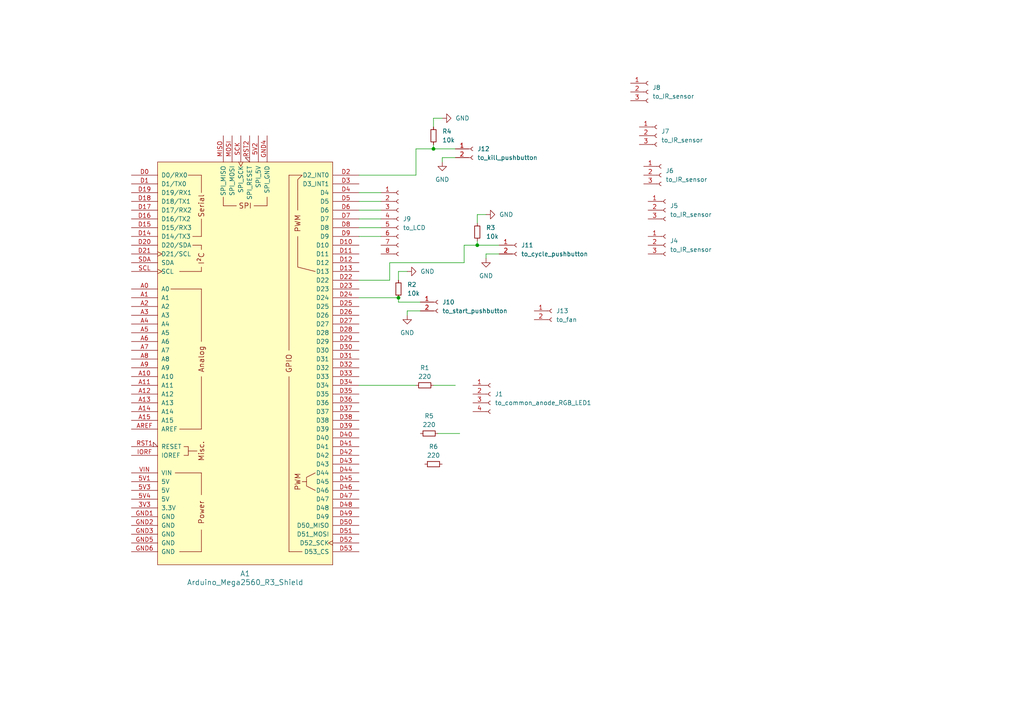
<source format=kicad_sch>
(kicad_sch (version 20230121) (generator eeschema)
  (paper "A4")
  (lib_symbols
    (symbol "Connector:Conn_01x02_Socket" (pin_names (offset 1.016) hide)
      (property "Reference" "J" (at 0 2.54 0))
      (property "Value" "Conn_01x02_Socket" (at 0 -5.08 0))
      (symbol "Conn_01x02_Socket_1_1"
        (arc (start 0 -2.032) (mid -0.5058 -2.54) (end 0 -3.048) (stroke (width 0.1524)))
        (polyline (pts (xy -1.27 -2.54) (xy -0.508 -2.54)) (stroke (width 0.1524)))
        (polyline (pts (xy -1.27 0) (xy -0.508 0)) (stroke (width 0.1524)))
        (arc (start 0 0.508) (mid -0.5058 0) (end 0 -0.508) (stroke (width 0.1524)))
        (pin passive line (at -5.08 0 0) (length 3.81) (name "Pin_1") (number "1"))
        (pin passive line (at -5.08 -2.54 0) (length 3.81) (name "Pin_2") (number "2"))
      )
    )
    (symbol "Connector:Conn_01x03_Socket" (pin_names (offset 1.016) hide)
      (property "Reference" "J" (at 0 5.08 0))
      (property "Value" "Conn_01x03_Socket" (at 0 -5.08 0))
      (symbol "Conn_01x03_Socket_1_1"
        (arc (start 0 -2.032) (mid -0.5058 -2.54) (end 0 -3.048) (stroke (width 0.1524)))
        (polyline (pts (xy -1.27 -2.54) (xy -0.508 -2.54)) (stroke (width 0.1524)))
        (polyline (pts (xy -1.27 0) (xy -0.508 0)) (stroke (width 0.1524)))
        (polyline (pts (xy -1.27 2.54) (xy -0.508 2.54)) (stroke (width 0.1524)))
        (arc (start 0 0.508) (mid -0.5058 0) (end 0 -0.508) (stroke (width 0.1524)))
        (arc (start 0 3.048) (mid -0.5058 2.54) (end 0 2.032) (stroke (width 0.1524)))
        (pin passive line (at -5.08 2.54 0) (length 3.81) (name "Pin_1") (number "1"))
        (pin passive line (at -5.08 0 0) (length 3.81) (name "Pin_2") (number "2"))
        (pin passive line (at -5.08 -2.54 0) (length 3.81) (name "Pin_3") (number "3"))
      )
    )
    (symbol "Connector:Conn_01x04_Socket" (pin_names (offset 1.016) hide)
      (property "Reference" "J" (at 0 5.08 0))
      (property "Value" "Conn_01x04_Socket" (at 0 -7.62 0))
      (symbol "Conn_01x04_Socket_1_1"
        (arc (start 0 -4.572) (mid -0.5058 -5.08) (end 0 -5.588) (stroke (width 0.1524)))
        (arc (start 0 -2.032) (mid -0.5058 -2.54) (end 0 -3.048) (stroke (width 0.1524)))
        (polyline (pts (xy -1.27 -5.08) (xy -0.508 -5.08)) (stroke (width 0.1524)))
        (polyline (pts (xy -1.27 -2.54) (xy -0.508 -2.54)) (stroke (width 0.1524)))
        (polyline (pts (xy -1.27 0) (xy -0.508 0)) (stroke (width 0.1524)))
        (polyline (pts (xy -1.27 2.54) (xy -0.508 2.54)) (stroke (width 0.1524)))
        (arc (start 0 0.508) (mid -0.5058 0) (end 0 -0.508) (stroke (width 0.1524)))
        (arc (start 0 3.048) (mid -0.5058 2.54) (end 0 2.032) (stroke (width 0.1524)))
        (pin passive line (at -5.08 2.54 0) (length 3.81) (name "Pin_1") (number "1"))
        (pin passive line (at -5.08 0 0) (length 3.81) (name "Pin_2") (number "2"))
        (pin passive line (at -5.08 -2.54 0) (length 3.81) (name "Pin_3") (number "3"))
        (pin passive line (at -5.08 -5.08 0) (length 3.81) (name "Pin_4") (number "4"))
      )
    )
    (symbol "Connector:Conn_01x08_Socket" (pin_names (offset 1.016) hide)
      (property "Reference" "J" (at 0 10.16 0))
      (property "Value" "Conn_01x08_Socket" (at 0 -12.7 0))
      (symbol "Conn_01x08_Socket_1_1"
        (arc (start 0 -9.652) (mid -0.5058 -10.16) (end 0 -10.668) (stroke (width 0.1524)))
        (arc (start 0 -7.112) (mid -0.5058 -7.62) (end 0 -8.128) (stroke (width 0.1524)))
        (arc (start 0 -4.572) (mid -0.5058 -5.08) (end 0 -5.588) (stroke (width 0.1524)))
        (arc (start 0 -2.032) (mid -0.5058 -2.54) (end 0 -3.048) (stroke (width 0.1524)))
        (polyline (pts (xy -1.27 -10.16) (xy -0.508 -10.16)) (stroke (width 0.1524)))
        (polyline (pts (xy -1.27 -7.62) (xy -0.508 -7.62)) (stroke (width 0.1524)))
        (polyline (pts (xy -1.27 -5.08) (xy -0.508 -5.08)) (stroke (width 0.1524)))
        (polyline (pts (xy -1.27 -2.54) (xy -0.508 -2.54)) (stroke (width 0.1524)))
        (polyline (pts (xy -1.27 0) (xy -0.508 0)) (stroke (width 0.1524)))
        (polyline (pts (xy -1.27 2.54) (xy -0.508 2.54)) (stroke (width 0.1524)))
        (polyline (pts (xy -1.27 5.08) (xy -0.508 5.08)) (stroke (width 0.1524)))
        (polyline (pts (xy -1.27 7.62) (xy -0.508 7.62)) (stroke (width 0.1524)))
        (arc (start 0 0.508) (mid -0.5058 0) (end 0 -0.508) (stroke (width 0.1524)))
        (arc (start 0 3.048) (mid -0.5058 2.54) (end 0 2.032) (stroke (width 0.1524)))
        (arc (start 0 5.588) (mid -0.5058 5.08) (end 0 4.572) (stroke (width 0.1524)))
        (arc (start 0 8.128) (mid -0.5058 7.62) (end 0 7.112) (stroke (width 0.1524)))
        (pin passive line (at -5.08 7.62 0) (length 3.81) (name "Pin_1") (number "1"))
        (pin passive line (at -5.08 5.08 0) (length 3.81) (name "Pin_2") (number "2"))
        (pin passive line (at -5.08 2.54 0) (length 3.81) (name "Pin_3") (number "3"))
        (pin passive line (at -5.08 0 0) (length 3.81) (name "Pin_4") (number "4"))
        (pin passive line (at -5.08 -2.54 0) (length 3.81) (name "Pin_5") (number "5"))
        (pin passive line (at -5.08 -5.08 0) (length 3.81) (name "Pin_6") (number "6"))
        (pin passive line (at -5.08 -7.62 0) (length 3.81) (name "Pin_7") (number "7"))
        (pin passive line (at -5.08 -10.16 0) (length 3.81) (name "Pin_8") (number "8"))
      )
    )
    (symbol "Device:R_Small" (pin_numbers hide) (pin_names (offset 0.254) hide)
      (property "Reference" "R" (at 0.762 0.508 0))
      (property "Value" "R_Small" (at 0.762 -1.016 0))
      (symbol "R_Small_0_1"
        (rectangle (start -0.762 1.778) (end 0.762 -1.778) (stroke (width 0.2032)))
      )
      (symbol "R_Small_1_1"
        (pin passive line (at 0 2.54 270) (length 0.762) (name "~") (number "1"))
        (pin passive line (at 0 -2.54 90) (length 0.762) (name "~") (number "2"))
      )
    )
    (symbol "PCM_arduino-library:Arduino_Mega2560_R3_Shield" (pin_names (offset 1.016))
      (property "Reference" "A" (at 0 -62.23 0))
      (property "Value" "Arduino_Mega2560_R3_Shield" (at 0 -66.04 0))
      (symbol "Arduino_Mega2560_R3_Shield_0_0"
        (rectangle (start -25.4 -58.42) (end 25.4 58.42) (fill (type background)))
        (rectangle (start -20.32 -31.75) (end -12.7 -31.75))
        (rectangle (start -19.05 -54.61) (end -12.7 -54.61))
        (rectangle (start -19.05 -19.05) (end -12.7 -19.05))
        (rectangle (start -19.05 26.67) (end -12.7 26.67))
        (rectangle (start -17.78 -26.67) (end -16.51 -26.67))
        (rectangle (start -17.78 -24.13) (end -16.51 -24.13))
        (rectangle (start -16.51 -25.4) (end -13.97 -25.4))
        (rectangle (start -16.51 -24.13) (end -16.51 -26.67))
        (rectangle (start -16.51 54.61) (end -12.7 54.61))
        (rectangle (start -15.24 34.29) (end -12.7 34.29))
        (rectangle (start -15.24 36.83) (end -12.7 36.83))
        (rectangle (start -12.7 -54.61) (end -12.7 -48.26))
        (rectangle (start -12.7 -31.75) (end -12.7 -38.1))
        (rectangle (start -12.7 26.67) (end -12.7 27.94))
        (rectangle (start -12.7 34.29) (end -12.7 33.02))
        (rectangle (start -12.7 41.91) (end -12.7 36.83))
        (rectangle (start -12.7 49.53) (end -12.7 54.61))
        (rectangle (start -6.35 48.26) (end -6.35 45.72))
        (rectangle (start -2.54 45.72) (end -6.35 45.72))
        (polyline (pts (xy -21.59 21.59) (xy -12.7 21.59)))
        (polyline (pts (xy -12.7 -19.05) (xy -12.7 -3.81)))
        (polyline (pts (xy -12.7 6.35) (xy -12.7 21.59)))
        (polyline (pts (xy 12.7 -54.61) (xy 16.51 -54.61)))
        (polyline (pts (xy 12.7 54.61) (xy 16.51 54.61)))
        (polyline (pts (xy 17.78 -34.29) (xy 16.51 -34.29)))
        (polyline (pts (xy 15.24 36.83) (xy 15.24 27.94) (xy 20.32 26.67)))
        (polyline (pts (xy 15.24 44.45) (xy 15.24 53.34) (xy 16.51 54.61)))
        (polyline (pts (xy 20.32 -31.75) (xy 17.78 -33.02) (xy 17.78 -35.56) (xy 20.32 -36.83)))
        (rectangle (start 6.35 45.72) (end 2.54 45.72))
        (rectangle (start 6.35 48.26) (end 6.35 45.72))
        (text "Analog" (at -12.7 1.27 900) (effects (font (size 1.524 1.524))))
        (text "I²C" (at -12.7 30.48 900) (effects (font (size 1.524 1.524))))
        (text "Misc." (at -12.7 -25.4 900) (effects (font (size 1.524 1.524))))
        (text "Power" (at -12.7 -43.18 900) (effects (font (size 1.524 1.524))))
        (text "PWM" (at 15.24 -34.29 900) (effects (font (size 1.524 1.524))))
        (text "PWM" (at 15.24 40.64 900) (effects (font (size 1.524 1.524))))
        (text "Serial" (at -12.7 45.72 900) (effects (font (size 1.524 1.524))))
        (text "SPI" (at 0 45.72 0) (effects (font (size 1.524 1.524))))
      )
      (symbol "Arduino_Mega2560_R3_Shield_1_0"
        (rectangle (start 12.7 -54.61) (end 12.7 -3.81))
        (rectangle (start 12.7 54.61) (end 12.7 3.81))
        (text "GPIO" (at 12.7 0 900) (effects (font (size 1.524 1.524))))
      )
      (symbol "Arduino_Mega2560_R3_Shield_1_1"
        (pin power_out line (at -33.02 -41.91 0) (length 7.62) (name "3.3V") (number "3V3"))
        (pin power_in line (at -33.02 -34.29 0) (length 7.62) (name "5V") (number "5V1"))
        (pin power_in line (at 3.81 66.04 270) (length 7.62) (name "SPI_5V") (number "5V2"))
        (pin power_in line (at -33.02 -36.83 0) (length 7.62) (name "5V") (number "5V3"))
        (pin power_in line (at -33.02 -39.37 0) (length 7.62) (name "5V") (number "5V4"))
        (pin bidirectional line (at -33.02 21.59 0) (length 7.62) (name "A0") (number "A0"))
        (pin bidirectional line (at -33.02 19.05 0) (length 7.62) (name "A1") (number "A1"))
        (pin bidirectional line (at -33.02 -3.81 0) (length 7.62) (name "A10") (number "A10"))
        (pin bidirectional line (at -33.02 -6.35 0) (length 7.62) (name "A11") (number "A11"))
        (pin bidirectional line (at -33.02 -8.89 0) (length 7.62) (name "A12") (number "A12"))
        (pin bidirectional line (at -33.02 -11.43 0) (length 7.62) (name "A13") (number "A13"))
        (pin bidirectional line (at -33.02 -13.97 0) (length 7.62) (name "A14") (number "A14"))
        (pin bidirectional line (at -33.02 -16.51 0) (length 7.62) (name "A15") (number "A15"))
        (pin bidirectional line (at -33.02 16.51 0) (length 7.62) (name "A2") (number "A2"))
        (pin bidirectional line (at -33.02 13.97 0) (length 7.62) (name "A3") (number "A3"))
        (pin bidirectional line (at -33.02 11.43 0) (length 7.62) (name "A4") (number "A4"))
        (pin bidirectional line (at -33.02 8.89 0) (length 7.62) (name "A5") (number "A5"))
        (pin bidirectional line (at -33.02 6.35 0) (length 7.62) (name "A6") (number "A6"))
        (pin bidirectional line (at -33.02 3.81 0) (length 7.62) (name "A7") (number "A7"))
        (pin bidirectional line (at -33.02 1.27 0) (length 7.62) (name "A8") (number "A8"))
        (pin bidirectional line (at -33.02 -1.27 0) (length 7.62) (name "A9") (number "A9"))
        (pin input line (at -33.02 -19.05 0) (length 7.62) (name "AREF") (number "AREF"))
        (pin bidirectional line (at -33.02 54.61 0) (length 7.62) (name "D0/RX0") (number "D0"))
        (pin bidirectional line (at -33.02 52.07 0) (length 7.62) (name "D1/TX0") (number "D1"))
        (pin bidirectional line (at 33.02 34.29 180) (length 7.62) (name "D10") (number "D10"))
        (pin bidirectional line (at 33.02 31.75 180) (length 7.62) (name "D11") (number "D11"))
        (pin bidirectional line (at 33.02 29.21 180) (length 7.62) (name "D12") (number "D12"))
        (pin bidirectional line (at 33.02 26.67 180) (length 7.62) (name "D13") (number "D13"))
        (pin bidirectional line (at -33.02 36.83 0) (length 7.62) (name "D14/TX3") (number "D14"))
        (pin bidirectional line (at -33.02 39.37 0) (length 7.62) (name "D15/RX3") (number "D15"))
        (pin bidirectional line (at -33.02 41.91 0) (length 7.62) (name "D16/TX2") (number "D16"))
        (pin bidirectional line (at -33.02 44.45 0) (length 7.62) (name "D17/RX2") (number "D17"))
        (pin bidirectional line (at -33.02 46.99 0) (length 7.62) (name "D18/TX1") (number "D18"))
        (pin bidirectional line (at -33.02 49.53 0) (length 7.62) (name "D19/RX1") (number "D19"))
        (pin bidirectional line (at 33.02 54.61 180) (length 7.62) (name "D2_INT0") (number "D2"))
        (pin bidirectional line (at -33.02 34.29 0) (length 7.62) (name "D20/SDA") (number "D20"))
        (pin bidirectional clock (at -33.02 31.75 0) (length 7.62) (name "D21/SCL") (number "D21"))
        (pin bidirectional line (at 33.02 24.13 180) (length 7.62) (name "D22") (number "D22"))
        (pin bidirectional line (at 33.02 21.59 180) (length 7.62) (name "D23") (number "D23"))
        (pin bidirectional line (at 33.02 19.05 180) (length 7.62) (name "D24") (number "D24"))
        (pin bidirectional line (at 33.02 16.51 180) (length 7.62) (name "D25") (number "D25"))
        (pin bidirectional line (at 33.02 13.97 180) (length 7.62) (name "D26") (number "D26"))
        (pin bidirectional line (at 33.02 11.43 180) (length 7.62) (name "D27") (number "D27"))
        (pin bidirectional line (at 33.02 8.89 180) (length 7.62) (name "D28") (number "D28"))
        (pin bidirectional line (at 33.02 6.35 180) (length 7.62) (name "D29") (number "D29"))
        (pin bidirectional line (at 33.02 52.07 180) (length 7.62) (name "D3_INT1") (number "D3"))
        (pin bidirectional line (at 33.02 3.81 180) (length 7.62) (name "D30") (number "D30"))
        (pin bidirectional line (at 33.02 1.27 180) (length 7.62) (name "D31") (number "D31"))
        (pin bidirectional line (at 33.02 -1.27 180) (length 7.62) (name "D32") (number "D32"))
        (pin bidirectional line (at 33.02 -3.81 180) (length 7.62) (name "D33") (number "D33"))
        (pin bidirectional line (at 33.02 -6.35 180) (length 7.62) (name "D34") (number "D34"))
        (pin bidirectional line (at 33.02 -8.89 180) (length 7.62) (name "D35") (number "D35"))
        (pin bidirectional line (at 33.02 -11.43 180) (length 7.62) (name "D36") (number "D36"))
        (pin bidirectional line (at 33.02 -13.97 180) (length 7.62) (name "D37") (number "D37"))
        (pin bidirectional line (at 33.02 -16.51 180) (length 7.62) (name "D38") (number "D38"))
        (pin bidirectional line (at 33.02 -19.05 180) (length 7.62) (name "D39") (number "D39"))
        (pin bidirectional line (at 33.02 49.53 180) (length 7.62) (name "D4") (number "D4"))
        (pin bidirectional line (at 33.02 -21.59 180) (length 7.62) (name "D40") (number "D40"))
        (pin bidirectional line (at 33.02 -24.13 180) (length 7.62) (name "D41") (number "D41"))
        (pin bidirectional line (at 33.02 -26.67 180) (length 7.62) (name "D42") (number "D42"))
        (pin bidirectional line (at 33.02 -29.21 180) (length 7.62) (name "D43") (number "D43"))
        (pin bidirectional line (at 33.02 -31.75 180) (length 7.62) (name "D44") (number "D44"))
        (pin bidirectional line (at 33.02 -34.29 180) (length 7.62) (name "D45") (number "D45"))
        (pin bidirectional line (at 33.02 -36.83 180) (length 7.62) (name "D46") (number "D46"))
        (pin bidirectional line (at 33.02 -39.37 180) (length 7.62) (name "D47") (number "D47"))
        (pin bidirectional line (at 33.02 -41.91 180) (length 7.62) (name "D48") (number "D48"))
        (pin bidirectional line (at 33.02 -44.45 180) (length 7.62) (name "D49") (number "D49"))
        (pin bidirectional line (at 33.02 46.99 180) (length 7.62) (name "D5") (number "D5"))
        (pin bidirectional line (at 33.02 -46.99 180) (length 7.62) (name "D50_MISO") (number "D50"))
        (pin bidirectional line (at 33.02 -49.53 180) (length 7.62) (name "D51_MOSI") (number "D51"))
        (pin bidirectional clock (at 33.02 -52.07 180) (length 7.62) (name "D52_SCK") (number "D52"))
        (pin bidirectional line (at 33.02 -54.61 180) (length 7.62) (name "D53_CS") (number "D53"))
        (pin bidirectional line (at 33.02 44.45 180) (length 7.62) (name "D6") (number "D6"))
        (pin bidirectional line (at 33.02 41.91 180) (length 7.62) (name "D7") (number "D7"))
        (pin bidirectional line (at 33.02 39.37 180) (length 7.62) (name "D8") (number "D8"))
        (pin bidirectional line (at 33.02 36.83 180) (length 7.62) (name "D9") (number "D9"))
        (pin power_in line (at -33.02 -44.45 0) (length 7.62) (name "GND") (number "GND1"))
        (pin power_in line (at -33.02 -46.99 0) (length 7.62) (name "GND") (number "GND2"))
        (pin power_in line (at -33.02 -49.53 0) (length 7.62) (name "GND") (number "GND3"))
        (pin power_in line (at 6.35 66.04 270) (length 7.62) (name "SPI_GND") (number "GND4"))
        (pin power_in line (at -33.02 -52.07 0) (length 7.62) (name "GND") (number "GND5"))
        (pin power_in line (at -33.02 -54.61 0) (length 7.62) (name "GND") (number "GND6"))
        (pin output line (at -33.02 -26.67 0) (length 7.62) (name "IOREF") (number "IORF"))
        (pin input line (at -6.35 66.04 270) (length 7.62) (name "SPI_MISO") (number "MISO"))
        (pin output line (at -3.81 66.04 270) (length 7.62) (name "SPI_MOSI") (number "MOSI"))
        (pin open_collector input_low (at -33.02 -24.13 0) (length 7.62) (name "RESET") (number "RST1"))
        (pin open_collector input_low (at 1.27 66.04 270) (length 7.62) (name "SPI_RESET") (number "RST2"))
        (pin output clock (at -1.27 66.04 270) (length 7.62) (name "SPI_SCK") (number "SCK"))
        (pin bidirectional clock (at -33.02 26.67 0) (length 7.62) (name "SCL") (number "SCL"))
        (pin bidirectional line (at -33.02 29.21 0) (length 7.62) (name "SDA") (number "SDA"))
        (pin power_in line (at -33.02 -31.75 0) (length 7.62) (name "VIN") (number "VIN"))
      )
    )
    (symbol "power:GND" (power) (pin_names (offset 0))
      (property "Value" "GND" (at 0 -3.81 0))
      (symbol "GND_0_1"
        (polyline (pts (xy 0 0) (xy 0 -1.27) (xy 1.27 -1.27) (xy 0 -2.54) (xy -1.27 -1.27) (xy 0 -1.27)))
      )
      (symbol "GND_1_1"
        (pin power_in line (at 0 0 270) (length 0) hide (name "GND") (number "1"))
      )
    )
  )
  (junction (at 138.43 71.12))
  (junction (at 115.57 86.36))
  (junction (at 125.73 43.18))
  (wire (pts (xy 115.57 87.63) (xy 115.57 86.36)))
  (wire (pts (xy 125.73 111.76) (xy 132.08 111.76)))
  (wire (pts (xy 104.14 58.42) (xy 110.49 58.42)))
  (wire (pts (xy 138.43 62.23) (xy 138.43 64.77)))
  (wire (pts (xy 134.62 76.2) (xy 134.62 71.12)))
  (wire (pts (xy 144.78 71.12) (xy 138.43 71.12)))
  (wire (pts (xy 118.11 90.17) (xy 118.11 91.44)))
  (wire (pts (xy 104.14 60.96) (xy 110.49 60.96)))
  (wire (pts (xy 104.14 68.58) (xy 110.49 68.58)))
  (wire (pts (xy 128.27 34.29) (xy 125.73 34.29)))
  (wire (pts (xy 104.14 111.76) (xy 120.65 111.76)))
  (wire (pts (xy 134.62 71.12) (xy 138.43 71.12)))
  (wire (pts (xy 140.97 73.66) (xy 140.97 74.93)))
  (wire (pts (xy 144.78 73.66) (xy 140.97 73.66)))
  (wire (pts (xy 125.73 34.29) (xy 125.73 36.83)))
  (wire (pts (xy 132.08 43.18) (xy 125.73 43.18)))
  (wire (pts (xy 120.65 43.18) (xy 125.73 43.18)))
  (wire (pts (xy 125.73 43.18) (xy 125.73 41.91)))
  (wire (pts (xy 115.57 78.74) (xy 115.57 81.28)))
  (wire (pts (xy 113.03 76.2) (xy 134.62 76.2)))
  (wire (pts (xy 104.14 63.5) (xy 110.49 63.5)))
  (wire (pts (xy 104.14 86.36) (xy 115.57 86.36)))
  (wire (pts (xy 120.65 50.8) (xy 120.65 43.18)))
  (wire (pts (xy 104.14 55.88) (xy 110.49 55.88)))
  (wire (pts (xy 104.14 66.04) (xy 110.49 66.04)))
  (wire (pts (xy 104.14 81.28) (xy 113.03 81.28)))
  (wire (pts (xy 140.97 62.23) (xy 138.43 62.23)))
  (wire (pts (xy 132.08 45.72) (xy 128.27 45.72)))
  (wire (pts (xy 118.11 78.74) (xy 115.57 78.74)))
  (wire (pts (xy 113.03 81.28) (xy 113.03 76.2)))
  (wire (pts (xy 121.92 87.63) (xy 115.57 87.63)))
  (wire (pts (xy 104.14 50.8) (xy 120.65 50.8)))
  (wire (pts (xy 138.43 71.12) (xy 138.43 69.85)))
  (wire (pts (xy 128.27 45.72) (xy 128.27 46.99)))
  (wire (pts (xy 121.92 90.17) (xy 118.11 90.17)))
  (wire (pts (xy 127 125.73) (xy 133.35 125.73)))
  (symbol (lib_id "Connector:Conn_01x03_Socket") (at 193.04 60.96 0) (unit 1)
    (property "Reference" "J5" (at 194.31 59.69 0) (effects (justify left)))
    (property "Value" "to_IR_sensor" (at 194.31 62.23 0) (effects (justify left)))
  )
  (symbol (lib_id "Device:R_Small") (at 124.46 125.73 90) (unit 1)
    (property "Reference" "R5" (at 124.46 120.65 90))
    (property "Value" "220" (at 124.46 123.19 90))
  )
  (symbol (lib_id "Connector:Conn_01x02_Socket") (at 137.16 43.18 0) (unit 1)
    (property "Reference" "J12" (at 138.43 43.18 0) (effects (justify left)))
    (property "Value" "to_kill_pushbutton" (at 138.43 45.72 0) (effects (justify left)))
  )
  (symbol (lib_id "Device:R_Small") (at 138.43 67.31 180) (unit 1)
    (property "Reference" "R3" (at 140.97 66.04 0) (effects (justify right)))
    (property "Value" "10k" (at 140.97 68.58 0) (effects (justify right)))
  )
  (symbol (lib_id "power:GND") (at 118.11 78.74 90) (unit 1)
    (property "Reference" "#PWR03" (effects hide))
    (property "Value" "GND" (at 121.92 78.74 90) (effects (justify right)))
  )
  (symbol (lib_id "Connector:Conn_01x08_Socket") (at 115.57 63.5 0) (unit 1)
    (property "Reference" "J9" (at 116.84 63.5 0) (effects (justify left)))
    (property "Value" "to_LCD" (at 116.84 66.04 0) (effects (justify left)))
  )
  (symbol (lib_id "power:GND") (at 140.97 62.23 90) (unit 1)
    (property "Reference" "#PWR04" (effects hide))
    (property "Value" "GND" (at 144.78 62.23 90) (effects (justify right)))
  )
  (symbol (lib_id "power:GND") (at 128.27 46.99 0) (unit 1)
    (property "Reference" "#PWR07" (effects hide))
    (property "Value" "GND" (at 128.27 52.07 0))
  )
  (symbol (lib_id "Connector:Conn_01x02_Socket") (at 127 87.63 0) (unit 1)
    (property "Reference" "J10" (at 128.27 87.63 0) (effects (justify left)))
    (property "Value" "to_start_pushbutton" (at 128.27 90.17 0) (effects (justify left)))
  )
  (symbol (lib_id "Connector:Conn_01x03_Socket") (at 191.77 50.8 0) (unit 1)
    (property "Reference" "J6" (at 193.04 49.53 0) (effects (justify left)))
    (property "Value" "to_IR_sensor" (at 193.04 52.07 0) (effects (justify left)))
  )
  (symbol (lib_id "Device:R_Small") (at 123.19 111.76 90) (unit 1)
    (property "Reference" "R1" (at 123.19 106.68 90))
    (property "Value" "220" (at 123.19 109.22 90))
  )
  (symbol (lib_id "Connector:Conn_01x03_Socket") (at 193.04 71.12 0) (unit 1)
    (property "Reference" "J4" (at 194.31 69.85 0) (effects (justify left)))
    (property "Value" "to_IR_sensor" (at 194.31 72.39 0) (effects (justify left)))
  )
  (symbol (lib_id "Device:R_Small") (at 115.57 83.82 180) (unit 1)
    (property "Reference" "R2" (at 118.11 82.55 0) (effects (justify right)))
    (property "Value" "10k" (at 118.11 85.09 0) (effects (justify right)))
  )
  (symbol (lib_id "Device:R_Small") (at 125.73 134.62 90) (unit 1)
    (property "Reference" "R6" (at 125.73 129.54 90))
    (property "Value" "220" (at 125.73 132.08 90))
  )
  (symbol (lib_id "power:GND") (at 128.27 34.29 90) (unit 1)
    (property "Reference" "#PWR06" (effects hide))
    (property "Value" "GND" (at 132.08 34.29 90) (effects (justify right)))
  )
  (symbol (lib_id "Device:R_Small") (at 125.73 39.37 180) (unit 1)
    (property "Reference" "R4" (at 128.27 38.1 0) (effects (justify right)))
    (property "Value" "10k" (at 128.27 40.64 0) (effects (justify right)))
  )
  (symbol (lib_id "Connector:Conn_01x02_Socket") (at 149.86 71.12 0) (unit 1)
    (property "Reference" "J11" (at 151.13 71.12 0) (effects (justify left)))
    (property "Value" "to_cycle_pushbutton" (at 151.13 73.66 0) (effects (justify left)))
  )
  (symbol (lib_id "PCM_arduino-library:Arduino_Mega2560_R3_Shield") (at 71.12 105.41 0) (unit 1)
    (property "Reference" "A1" (at 71.12 166.37 0) (effects (font (size 1.524 1.524))))
    (property "Value" "Arduino_Mega2560_R3_Shield" (at 71.12 168.91 0) (effects (font (size 1.524 1.524))))
    (property "Footprint" "PCM_arduino-library:Arduino_Mega2560_R3_Shield" (effects hide))
    (property "Datasheet" "https://docs.arduino.cc/hardware/mega-2560" (effects hide))
  )
  (symbol (lib_id "Connector:Conn_01x04_Socket") (at 142.24 114.3 0) (unit 1)
    (property "Reference" "J1" (at 143.51 114.3 0) (effects (justify left)))
    (property "Value" "to_common_anode_RGB_LED1" (at 143.51 116.84 0) (effects (justify left)))
  )
  (symbol (lib_id "Connector:Conn_01x02_Socket") (at 160.02 90.17 0) (unit 1)
    (property "Reference" "J13" (at 161.29 90.17 0) (effects (justify left)))
    (property "Value" "to_fan" (at 161.29 92.71 0) (effects (justify left)))
  )
  (symbol (lib_id "power:GND") (at 118.11 91.44 0) (unit 1)
    (property "Reference" "#PWR02" (effects hide))
    (property "Value" "GND" (at 118.11 96.52 0))
  )
  (symbol (lib_id "Connector:Conn_01x03_Socket") (at 190.5 39.37 0) (unit 1)
    (property "Reference" "J7" (at 191.77 38.1 0) (effects (justify left)))
    (property "Value" "to_IR_sensor" (at 191.77 40.64 0) (effects (justify left)))
  )
  (symbol (lib_id "Connector:Conn_01x03_Socket") (at 187.96 26.67 0) (unit 1)
    (property "Reference" "J8" (at 189.23 25.4 0) (effects (justify left)))
    (property "Value" "to_IR_sensor" (at 189.23 27.94 0) (effects (justify left)))
  )
  (symbol (lib_id "power:GND") (at 140.97 74.93 0) (unit 1)
    (property "Reference" "#PWR05" (effects hide))
    (property "Value" "GND" (at 140.97 80.01 0))
  )
)
</source>
